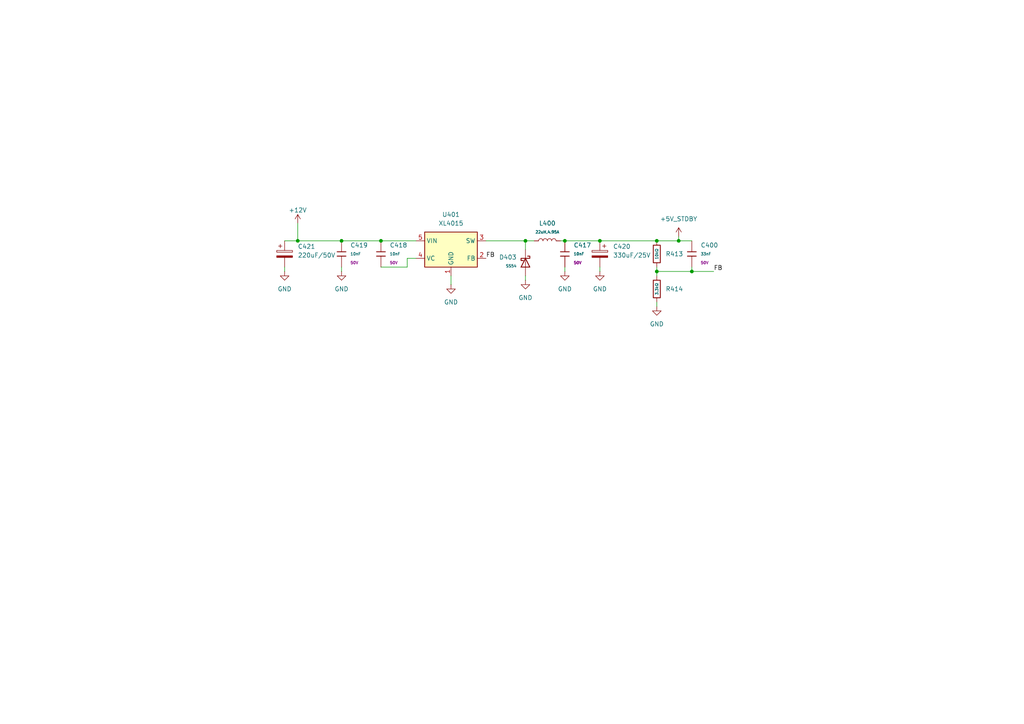
<source format=kicad_sch>
(kicad_sch (version 20231120) (generator "eeschema") (generator_version "8.0")
  (paper "A4")
  (lib_symbols
    (symbol "Device:C_Polarized" (pin_numbers hide) (pin_names (offset 0.254))
      (property "Reference" "C" (at 0.635 2.54 0))
      (property "Value" "C_Polarized" (at 0.635 -2.54 0))
      (symbol "C_Polarized_0_1"
        (rectangle (start -2.286 0.508) (end 2.286 1.016))
        (polyline (pts (xy -1.778 2.286) (xy -0.762 2.286)))
        (polyline (pts (xy -1.27 2.794) (xy -1.27 1.778)))
        (rectangle (start 2.286 -0.508) (end -2.286 -1.016) (fill (type outline)))
      )
      (symbol "C_Polarized_1_1"
        (pin passive line (at 0 3.81 270) (length 2.794) (name "~") (number "1"))
        (pin passive line (at 0 -3.81 90) (length 2.794) (name "~") (number "2"))
      )
    )
    (symbol "PCM_JLCPCB-Capacitors:0603,10nF" (pin_numbers hide) (pin_names (offset 0))
      (property "Reference" "C" (at 2.032 1.668 0))
      (property "Value" "10nF" (at 2.032 -0.3782 0))
      (property "Voltage Rated" "50V" (at 2.032 -2.0462 0))
      (symbol "0603,10nF_0_1"
        (polyline (pts (xy -1.27 -0.635) (xy 1.27 -0.635)) (stroke (width 0.254)))
        (polyline (pts (xy -1.27 0.635) (xy 1.27 0.635)) (stroke (width 0.254)))
      )
      (symbol "0603,10nF_1_1"
        (pin passive line (at 0 3.81 270) (length 3.175) (name "~") (number "1"))
        (pin passive line (at 0 -3.81 90) (length 3.175) (name "~") (number "2"))
      )
    )
    (symbol "PCM_JLCPCB-Capacitors:0603,33nF" (pin_numbers hide) (pin_names (offset 0))
      (property "Reference" "C" (at 2.032 1.668 0))
      (property "Value" "33nF" (at 2.032 -0.3782 0))
      (property "Voltage Rated" "50V" (at 2.032 -2.0462 0))
      (symbol "0603,33nF_0_1"
        (polyline (pts (xy -1.27 -0.635) (xy 1.27 -0.635)) (stroke (width 0.254)))
        (polyline (pts (xy -1.27 0.635) (xy 1.27 0.635)) (stroke (width 0.254)))
      )
      (symbol "0603,33nF_1_1"
        (pin passive line (at 0 3.81 270) (length 3.175) (name "~") (number "1"))
        (pin passive line (at 0 -3.81 90) (length 3.175) (name "~") (number "2"))
      )
    )
    (symbol "PCM_JLCPCB-Diodes:Schottky,SS54" (pin_numbers hide) (pin_names (offset 0))
      (property "Reference" "D" (at 2.032 0.834 0))
      (property "Value" "SS54" (at 2.032 -1.2122 0))
      (symbol "Schottky,SS54_0_1"
        (polyline (pts (xy -1.27 1.27) (xy 0 -1.27) (xy 1.27 1.27) (xy -1.27 1.27)) (stroke (width 0.254)))
        (polyline (pts (xy 0.635 -1.905) (xy 1.27 -1.905) (xy 1.27 -1.27) (xy -1.27 -1.27) (xy -1.27 -0.635) (xy -0.635 -0.635)) (stroke (width 0.254)))
      )
      (symbol "Schottky,SS54_1_1"
        (pin passive line (at 0 -3.81 90) (length 3.81) (name "~") (number "1"))
        (pin passive line (at 0 3.81 270) (length 3.81) (name "~") (number "2"))
      )
    )
    (symbol "PCM_JLCPCB-Inductors:22uH,4.95A" (pin_numbers hide) (pin_names (offset 0))
      (property "Reference" "L" (at 1.2673 0.834 0))
      (property "Value" "22uH,4.95A" (at 1.2673 -1.2122 0))
      (symbol "22uH,4.95A_0_1"
        (arc (start 0 -2.54) (mid 0.6323 -1.905) (end 0 -1.27))
        (arc (start 0 -1.27) (mid 0.6323 -0.635) (end 0 0))
        (arc (start 0 0) (mid 0.6323 0.635) (end 0 1.27))
        (arc (start 0 1.27) (mid 0.6323 1.905) (end 0 2.54))
      )
      (symbol "22uH,4.95A_1_1"
        (pin passive line (at 0 3.81 270) (length 1.27) (name "~") (number "1"))
        (pin passive line (at 0 -3.81 90) (length 1.27) (name "~") (number "2"))
      )
    )
    (symbol "PCM_JLCPCB-Resistors:0603,10kΩ" (pin_numbers hide) (pin_names (offset 0))
      (property "Reference" "R" (at 1.778 0 0))
      (property "Value" "10kΩ" (at 0 0 90))
      (symbol "0603,10kΩ_0_1"
        (rectangle (start -1.016 2.54) (end 1.016 -2.54) (stroke (width 0.254)))
      )
      (symbol "0603,10kΩ_1_1"
        (pin passive line (at 0 3.81 270) (length 1.27) (name "~") (number "1"))
        (pin passive line (at 0 -3.81 90) (length 1.27) (name "~") (number "2"))
      )
    )
    (symbol "PCM_JLCPCB-Resistors:0603,3.3kΩ" (pin_numbers hide) (pin_names (offset 0))
      (property "Reference" "R" (at 1.778 0 0))
      (property "Value" "3.3kΩ" (at 0 0 90))
      (symbol "0603,3.3kΩ_0_1"
        (rectangle (start -1.016 2.54) (end 1.016 -2.54) (stroke (width 0.254)))
      )
      (symbol "0603,3.3kΩ_1_1"
        (pin passive line (at 0 3.81 270) (length 1.27) (name "~") (number "1"))
        (pin passive line (at 0 -3.81 90) (length 1.27) (name "~") (number "2"))
      )
    )
    (symbol "Regulator_Switching:XL4015"
      (property "Reference" "U?" (at -6.35 6.35 0))
      (property "Value" "XL4015" (at 6.35 6.35 0))
      (symbol "XL4015_0_1"
        (rectangle (start -7.62 5.08) (end 7.62 -5.08) (stroke (width 0.254)) (fill (type background)))
      )
      (symbol "XL4015_1_1"
        (pin power_in line (at 0 -7.62 90) (length 2.54) (name "GND") (number "1"))
        (pin input line (at 10.16 -2.54 180) (length 2.54) (name "FB") (number "2"))
        (pin power_out line (at 10.16 2.54 180) (length 2.54) (name "SW") (number "3"))
        (pin input line (at -10.16 -2.54 0) (length 2.54) (name "VC") (number "4"))
        (pin power_in line (at -10.16 2.54 0) (length 2.54) (name "VIN") (number "5"))
      )
    )
    (symbol "power:+12V" (power) (pin_numbers hide) (pin_names (offset 0) hide)
      (property "Value" "+12V" (at 0 3.556 0))
      (symbol "+12V_0_1"
        (polyline (pts (xy -0.762 1.27) (xy 0 2.54)))
        (polyline (pts (xy 0 0) (xy 0 2.54)))
        (polyline (pts (xy 0 2.54) (xy 0.762 1.27)))
      )
      (symbol "+12V_1_1"
        (pin power_in line (at 0 0 90) (length 0) (name "~") (number "1"))
      )
    )
    (symbol "power:+5V" (power) (pin_numbers hide) (pin_names (offset 0) hide)
      (property "Value" "+5V" (at 0 3.556 0))
      (symbol "+5V_0_1"
        (polyline (pts (xy -0.762 1.27) (xy 0 2.54)))
        (polyline (pts (xy 0 0) (xy 0 2.54)))
        (polyline (pts (xy 0 2.54) (xy 0.762 1.27)))
      )
      (symbol "+5V_1_1"
        (pin power_in line (at 0 0 90) (length 0) (name "~") (number "1"))
      )
    )
    (symbol "power:GND" (power) (pin_numbers hide) (pin_names (offset 0) hide)
      (property "Value" "GND" (at 0 -3.81 0))
      (symbol "GND_0_1"
        (polyline (pts (xy 0 0) (xy 0 -1.27) (xy 1.27 -1.27) (xy 0 -2.54) (xy -1.27 -1.27) (xy 0 -1.27)))
      )
      (symbol "GND_1_1"
        (pin power_in line (at 0 0 270) (length 0) (name "~") (number "1"))
      )
    )
  )
  (junction (at 190.5 69.85))
  (junction (at 152.4 69.85))
  (junction (at 110.49 69.85))
  (junction (at 190.5 78.74))
  (junction (at 86.36 69.85))
  (junction (at 99.06 69.85))
  (junction (at 196.85 69.85))
  (junction (at 200.66 78.74))
  (junction (at 163.83 69.85))
  (junction (at 173.99 69.85))
  (wire (pts (xy 207.01 78.74) (xy 200.66 78.74)))
  (wire (pts (xy 190.5 69.85) (xy 196.85 69.85)))
  (wire (pts (xy 82.55 77.47) (xy 82.55 78.74)))
  (wire (pts (xy 190.5 78.74) (xy 200.66 78.74)))
  (wire (pts (xy 130.81 80.01) (xy 130.81 82.55)))
  (wire (pts (xy 110.49 69.85) (xy 120.65 69.85)))
  (wire (pts (xy 82.55 69.85) (xy 86.36 69.85)))
  (wire (pts (xy 196.85 69.85) (xy 200.66 69.85)))
  (wire (pts (xy 110.49 77.47) (xy 118.11 77.47)))
  (wire (pts (xy 152.4 69.85) (xy 152.4 72.39)))
  (wire (pts (xy 140.97 69.85) (xy 152.4 69.85)))
  (wire (pts (xy 118.11 77.47) (xy 118.11 74.93)))
  (wire (pts (xy 118.11 74.93) (xy 120.65 74.93)))
  (wire (pts (xy 99.06 69.85) (xy 110.49 69.85)))
  (wire (pts (xy 190.5 77.47) (xy 190.5 78.74)))
  (wire (pts (xy 162.56 69.85) (xy 163.83 69.85)))
  (wire (pts (xy 190.5 87.63) (xy 190.5 88.9)))
  (wire (pts (xy 190.5 78.74) (xy 190.5 80.01)))
  (wire (pts (xy 196.85 68.58) (xy 196.85 69.85)))
  (wire (pts (xy 86.36 69.85) (xy 99.06 69.85)))
  (wire (pts (xy 152.4 69.85) (xy 154.94 69.85)))
  (wire (pts (xy 86.36 64.77) (xy 86.36 69.85)))
  (wire (pts (xy 99.06 77.47) (xy 99.06 78.74)))
  (wire (pts (xy 200.66 78.74) (xy 200.66 77.47)))
  (wire (pts (xy 163.83 69.85) (xy 173.99 69.85)))
  (wire (pts (xy 173.99 69.85) (xy 190.5 69.85)))
  (wire (pts (xy 173.99 77.47) (xy 173.99 78.74)))
  (wire (pts (xy 152.4 80.01) (xy 152.4 81.28)))
  (wire (pts (xy 163.83 77.47) (xy 163.83 78.74)))
  (label "FB" (at 207.01 78.74 0))
  (label "FB" (at 140.97 74.93 0))
  (symbol (lib_id "PCM_JLCPCB-Capacitors:0603,10nF") (at 163.83 73.66 0) (mirror y) (unit 1)
    (property "Reference" "C417" (at 166.37 71.1199 0) (effects (justify right)))
    (property "Value" "10nF" (at 166.37 73.66 0) (effects (font (size 0.8 0.8)) (justify right)))
    (property "Footprint" "PCM_JLCPCB:C_0603" (effects (hide yes)))
    (property "Datasheet" "https://www.lcsc.com/datasheet/lcsc_datasheet_2304140030_FH--Guangdong-Fenghua-Advanced-Tech-0603B103K500NT_C57112.pdf" (effects (hide yes)))
    (property "Description" "50V 10nF X7R ±10% 0603 Multilayer Ceramic Capacitors MLCC - SMD/SMT ROHS" (effects (hide yes)))
    (property "LCSC" "C57112" (effects (hide yes)))
    (property "Stock" "5036168" (effects (hide yes)))
    (property "Price" "0.006USD" (effects (hide yes)))
    (property "Process" "SMT" (effects (hide yes)))
    (property "Minimum Qty" "20" (effects (hide yes)))
    (property "Attrition Qty" "6" (effects (hide yes)))
    (property "Class" "Basic Component" (effects (hide yes)))
    (property "Category" "Capacitors,Multilayer Ceramic Capacitors MLCC - SMD/SMT" (effects (hide yes)))
    (property "Manufacturer" "FH(Guangdong Fenghua Advanced Tech)" (effects (hide yes)))
    (property "Part" "0603B103K500NT" (effects (hide yes)))
    (property "Voltage Rated" "50V" (at 166.37 76.2 0) (effects (font (size 0.8 0.8)) (justify right)))
    (property "Tolerance" "±10%" (effects (hide yes)))
    (property "Capacitance" "10nF" (effects (hide yes)))
    (property "Temperature Coefficient" "X7R" (effects (hide yes)))
  )
  (symbol (lib_id "PCM_JLCPCB-Capacitors:0603,10nF") (at 110.49 73.66 0) (unit 1)
    (property "Reference" "C418" (at 113.03 71.1199 0) (effects (justify left)))
    (property "Value" "10nF" (at 113.03 73.66 0) (effects (font (size 0.8 0.8)) (justify left)))
    (property "Footprint" "PCM_JLCPCB:C_0603" (effects (hide yes)))
    (property "Datasheet" "https://www.lcsc.com/datasheet/lcsc_datasheet_2304140030_FH--Guangdong-Fenghua-Advanced-Tech-0603B103K500NT_C57112.pdf" (effects (hide yes)))
    (property "Description" "50V 10nF X7R ±10% 0603 Multilayer Ceramic Capacitors MLCC - SMD/SMT ROHS" (effects (hide yes)))
    (property "LCSC" "C57112" (effects (hide yes)))
    (property "Stock" "5036168" (effects (hide yes)))
    (property "Price" "0.006USD" (effects (hide yes)))
    (property "Process" "SMT" (effects (hide yes)))
    (property "Minimum Qty" "20" (effects (hide yes)))
    (property "Attrition Qty" "6" (effects (hide yes)))
    (property "Class" "Basic Component" (effects (hide yes)))
    (property "Category" "Capacitors,Multilayer Ceramic Capacitors MLCC - SMD/SMT" (effects (hide yes)))
    (property "Manufacturer" "FH(Guangdong Fenghua Advanced Tech)" (effects (hide yes)))
    (property "Part" "0603B103K500NT" (effects (hide yes)))
    (property "Voltage Rated" "50V" (at 113.03 76.2 0) (effects (font (size 0.8 0.8)) (justify left)))
    (property "Tolerance" "±10%" (effects (hide yes)))
    (property "Capacitance" "10nF" (effects (hide yes)))
    (property "Temperature Coefficient" "X7R" (effects (hide yes)))
  )
  (symbol (lib_id "power:GND") (at 82.55 78.74 0) (unit 1)
    (property "Reference" "#PWR0441" (effects (hide yes)))
    (property "Value" "GND" (at 82.55 83.82 0))
    (property "Description" "Power symbol creates a global label with name \"GND\" , ground" (effects (hide yes)))
  )
  (symbol (lib_id "power:GND") (at 190.5 88.9 0) (unit 1)
    (property "Reference" "#PWR0442" (effects (hide yes)))
    (property "Value" "GND" (at 190.5 93.98 0))
    (property "Description" "Power symbol creates a global label with name \"GND\" , ground" (effects (hide yes)))
  )
  (symbol (lib_id "PCM_JLCPCB-Diodes:Schottky,SS54") (at 152.4 76.2 0) (mirror x) (unit 1)
    (property "Reference" "D403" (at 149.86 74.6124 0) (effects (justify right)))
    (property "Value" "SS54" (at 149.86 77.1525 0) (effects (font (size 0.8 0.8)) (justify right)))
    (property "Footprint" "PCM_JLCPCB:D_SMA" (effects (hide yes)))
    (property "Datasheet" "https://www.lcsc.com/datasheet/lcsc_datasheet_2407101107_MDD-Microdiode-Semiconductor-SS54_C22452.pdf" (effects (hide yes)))
    (property "Description" "40V Independent Type 550mV@5A 5A SMA(DO-214AC) Schottky Diodes ROHS" (effects (hide yes)))
    (property "LCSC" "C22452" (effects (hide yes)))
    (property "Stock" "519969" (effects (hide yes)))
    (property "Price" "0.043USD" (effects (hide yes)))
    (property "Process" "SMT" (effects (hide yes)))
    (property "Minimum Qty" "5" (effects (hide yes)))
    (property "Attrition Qty" "4" (effects (hide yes)))
    (property "Class" "Basic Component" (effects (hide yes)))
    (property "Category" "Diodes,Schottky Barrier Diodes (SBD)" (effects (hide yes)))
    (property "Manufacturer" "MDD（Microdiode Electronics）" (effects (hide yes)))
    (property "Part" "SS54" (effects (hide yes)))
    (property "Rectified Current" "5A" (effects (hide yes)))
    (property "Forward Voltage (Vf@If)" "550mV@5A" (effects (hide yes)))
    (property "Reverse Voltage (Vr)" "40V" (effects (hide yes)))
    (property "Diode Configuration" "Independent Type" (effects (hide yes)))
    (property "Reverse Leakage Current (Ir)" "1mA@40V" (effects (hide yes)))
  )
  (symbol (lib_id "power:GND") (at 130.81 82.55 0) (unit 1)
    (property "Reference" "#PWR0438" (effects (hide yes)))
    (property "Value" "GND" (at 130.81 87.63 0))
    (property "Description" "Power symbol creates a global label with name \"GND\" , ground" (effects (hide yes)))
  )
  (symbol (lib_id "Device:C_Polarized") (at 173.99 73.66 0) (mirror y) (unit 1)
    (property "Reference" "C420" (at 177.8 71.5009 0) (effects (justify right)))
    (property "Value" "330uF/25V" (at 177.8 74.0409 0) (effects (justify right)))
    (property "Footprint" "Capacitor_SMD:CP_Elec_8x10.5" (effects (hide yes)))
    (property "Description" "Polarized capacitor" (effects (hide yes)))
  )
  (symbol (lib_id "power:+5V") (at 196.85 68.58 0) (mirror y) (unit 1)
    (property "Reference" "#PWR0444" (effects (hide yes)))
    (property "Value" "+5V_STDBY" (at 196.85 63.5 0))
    (property "Description" "Power symbol creates a global label with name \"+5V\"" (effects (hide yes)))
  )
  (symbol (lib_id "PCM_JLCPCB-Resistors:0603,10kΩ") (at 190.5 73.66 0) (unit 1)
    (property "Reference" "R413" (at 193.04 73.6599 0) (effects (justify left)))
    (property "Value" "10kΩ" (at 190.5 73.66 90) (effects (font (size 0.8 0.8))))
    (property "Footprint" "PCM_JLCPCB:R_0603" (effects (hide yes)))
    (property "Datasheet" "https://www.lcsc.com/datasheet/lcsc_datasheet_2206010045_UNI-ROYAL-Uniroyal-Elec-0603WAF1002T5E_C25804.pdf" (effects (hide yes)))
    (property "Description" "100mW Thick Film Resistors 75V ±100ppm/°C ±1% 10kΩ 0603 Chip Resistor - Surface Mount ROHS" (effects (hide yes)))
    (property "LCSC" "C25804" (effects (hide yes)))
    (property "Stock" "28542870" (effects (hide yes)))
    (property "Price" "0.004USD" (effects (hide yes)))
    (property "Process" "SMT" (effects (hide yes)))
    (property "Minimum Qty" "20" (effects (hide yes)))
    (property "Attrition Qty" "10" (effects (hide yes)))
    (property "Class" "Basic Component" (effects (hide yes)))
    (property "Category" "Resistors,Chip Resistor - Surface Mount" (effects (hide yes)))
    (property "Manufacturer" "UNI-ROYAL(Uniroyal Elec)" (effects (hide yes)))
    (property "Part" "0603WAF1002T5E" (effects (hide yes)))
    (property "Resistance" "10kΩ" (effects (hide yes)))
    (property "Power(Watts)" "100mW" (effects (hide yes)))
    (property "Type" "Thick Film Resistors" (effects (hide yes)))
    (property "Overload Voltage (Max)" "75V" (effects (hide yes)))
    (property "Operating Temperature Range" "-55°C~+155°C" (effects (hide yes)))
    (property "Tolerance" "±1%" (effects (hide yes)))
    (property "Temperature Coefficient" "±100ppm/°C" (effects (hide yes)))
  )
  (symbol (lib_id "Device:C_Polarized") (at 82.55 73.66 0) (unit 1)
    (property "Reference" "C421" (at 86.36 71.5009 0) (effects (justify left)))
    (property "Value" "220uF/50V" (at 86.36 74.0409 0) (effects (justify left)))
    (property "Footprint" "Capacitor_SMD:CP_Elec_10x10.5" (effects (hide yes)))
    (property "Description" "Polarized capacitor" (effects (hide yes)))
  )
  (symbol (lib_id "PCM_JLCPCB-Capacitors:0603,33nF") (at 200.66 73.66 0) (unit 1)
    (property "Reference" "C400" (at 203.2 71.1199 0) (effects (justify left)))
    (property "Value" "33nF" (at 203.2 73.66 0) (effects (font (size 0.8 0.8)) (justify left)))
    (property "Footprint" "PCM_JLCPCB:C_0603" (effects (hide yes)))
    (property "Datasheet" "https://www.lcsc.com/datasheet/lcsc_datasheet_2304140030_Samsung-Electro-Mechanics-CL10B333KB8NNNC_C21117.pdf" (effects (hide yes)))
    (property "Description" "50V 33nF X7R ±10% 0603 Multilayer Ceramic Capacitors MLCC - SMD/SMT ROHS" (effects (hide yes)))
    (property "LCSC" "C21117" (effects (hide yes)))
    (property "Stock" "514589" (effects (hide yes)))
    (property "Price" "0.006USD" (effects (hide yes)))
    (property "Process" "SMT" (effects (hide yes)))
    (property "Minimum Qty" "20" (effects (hide yes)))
    (property "Attrition Qty" "10" (effects (hide yes)))
    (property "Class" "Basic Component" (effects (hide yes)))
    (property "Category" "Capacitors,Multilayer Ceramic Capacitors MLCC - SMD/SMT" (effects (hide yes)))
    (property "Manufacturer" "Samsung Electro-Mechanics" (effects (hide yes)))
    (property "Part" "CL10B333KB8NNNC" (effects (hide yes)))
    (property "Voltage Rated" "50V" (at 203.2 76.2 0) (effects (font (size 0.8 0.8)) (justify left)))
    (property "Tolerance" "±10%" (effects (hide yes)))
    (property "Capacitance" "33nF" (effects (hide yes)))
    (property "Temperature Coefficient" "X7R" (effects (hide yes)))
  )
  (symbol (lib_id "power:GND") (at 173.99 78.74 0) (mirror y) (unit 1)
    (property "Reference" "#PWR0440" (effects (hide yes)))
    (property "Value" "GND" (at 173.99 83.82 0))
    (property "Description" "Power symbol creates a global label with name \"GND\" , ground" (effects (hide yes)))
  )
  (symbol (lib_id "PCM_JLCPCB-Inductors:22uH,4.95A") (at 158.75 69.85 90) (unit 1)
    (property "Reference" "L400" (at 158.75 64.77 90))
    (property "Value" "22uH,4.95A" (at 158.75 67.31 90) (effects (font (size 0.8 0.8))))
    (property "Footprint" "PCM_JLCPCB:L_SMD,12.5x12.5mm" (effects (hide yes)))
    (property "Datasheet" "https://wmsc.lcsc.com/wmsc/upload/file/pdf/v2/lcsc/2111241930_SXN-Shun-Xiang-Nuo-Elec-SMDRI129-220MT_C2924827.pdf" (effects (hide yes)))
    (property "Description" "4.95A 22uH Shielded inductor ±20% 5.12A SMD,12.5x12.5mm Power Inductors ROHS" (effects (hide yes)))
    (property "LCSC" "C2924827" (effects (hide yes)))
    (property "Stock" "279" (effects (hide yes)))
    (property "Price" "0.304USD" (effects (hide yes)))
    (property "Process" "SMT" (effects (hide yes)))
    (property "Minimum Qty" "2" (effects (hide yes)))
    (property "Attrition Qty" "0" (effects (hide yes)))
    (property "Class" "Preferred Component" (effects (hide yes)))
    (property "Category" "Inductors/Coils/Transformers,Power Inductors" (effects (hide yes)))
    (property "Manufacturer" "SXN(Shun Xiang Nuo Elec)" (effects (hide yes)))
    (property "Part" "SMDRI129-220MT" (effects (hide yes)))
  )
  (symbol (lib_id "PCM_JLCPCB-Resistors:0603,3.3kΩ") (at 190.5 83.82 0) (unit 1)
    (property "Reference" "R414" (at 193.04 83.8199 0) (effects (justify left)))
    (property "Value" "3.3kΩ" (at 190.5 83.82 90) (effects (font (size 0.8 0.8))))
    (property "Footprint" "PCM_JLCPCB:R_0603" (effects (hide yes)))
    (property "Datasheet" "https://www.lcsc.com/datasheet/lcsc_datasheet_2206010116_UNI-ROYAL-Uniroyal-Elec-0603WAF3301T5E_C22978.pdf" (effects (hide yes)))
    (property "Description" "100mW Thick Film Resistors 75V ±100ppm/°C ±1% 3.3kΩ 0603 Chip Resistor - Surface Mount ROHS" (effects (hide yes)))
    (property "LCSC" "C22978" (effects (hide yes)))
    (property "Stock" "1650794" (effects (hide yes)))
    (property "Price" "0.004USD" (effects (hide yes)))
    (property "Process" "SMT" (effects (hide yes)))
    (property "Minimum Qty" "20" (effects (hide yes)))
    (property "Attrition Qty" "10" (effects (hide yes)))
    (property "Class" "Basic Component" (effects (hide yes)))
    (property "Category" "Resistors,Chip Resistor - Surface Mount" (effects (hide yes)))
    (property "Manufacturer" "UNI-ROYAL(Uniroyal Elec)" (effects (hide yes)))
    (property "Part" "0603WAF3301T5E" (effects (hide yes)))
    (property "Resistance" "3.3kΩ" (effects (hide yes)))
    (property "Power(Watts)" "100mW" (effects (hide yes)))
    (property "Type" "Thick Film Resistors" (effects (hide yes)))
    (property "Overload Voltage (Max)" "75V" (effects (hide yes)))
    (property "Operating Temperature Range" "-55°C~+155°C" (effects (hide yes)))
    (property "Tolerance" "±1%" (effects (hide yes)))
    (property "Temperature Coefficient" "±100ppm/°C" (effects (hide yes)))
  )
  (symbol (lib_id "power:GND") (at 99.06 78.74 0) (unit 1)
    (property "Reference" "#PWR0415" (effects (hide yes)))
    (property "Value" "GND" (at 99.06 83.82 0))
    (property "Description" "Power symbol creates a global label with name \"GND\" , ground" (effects (hide yes)))
  )
  (symbol (lib_id "Regulator_Switching:XL4015") (at 130.81 72.39 0) (unit 1)
    (property "Reference" "U401" (at 130.81 62.23 0))
    (property "Value" "XL4015" (at 130.81 64.77 0))
    (property "Footprint" "Package_TO_SOT_SMD:TO-263-5_TabPin3" (effects (hide yes)))
    (property "Datasheet" "http://www.xlsemi.net/datasheet/XL4015%20datasheet-English.pdf" (effects (hide yes)))
    (property "Description" "5A 180kHz 36V Buck DC to DC Converter" (effects (hide yes)))
  )
  (symbol (lib_id "power:GND") (at 152.4 81.28 0) (mirror y) (unit 1)
    (property "Reference" "#PWR0443" (effects (hide yes)))
    (property "Value" "GND" (at 152.4 86.36 0))
    (property "Description" "Power symbol creates a global label with name \"GND\" , ground" (effects (hide yes)))
  )
  (symbol (lib_id "PCM_JLCPCB-Capacitors:0603,10nF") (at 99.06 73.66 0) (unit 1)
    (property "Reference" "C419" (at 101.6 71.1199 0) (effects (justify left)))
    (property "Value" "10nF" (at 101.6 73.66 0) (effects (font (size 0.8 0.8)) (justify left)))
    (property "Footprint" "PCM_JLCPCB:C_0603" (effects (hide yes)))
    (property "Datasheet" "https://www.lcsc.com/datasheet/lcsc_datasheet_2304140030_FH--Guangdong-Fenghua-Advanced-Tech-0603B103K500NT_C57112.pdf" (effects (hide yes)))
    (property "Description" "50V 10nF X7R ±10% 0603 Multilayer Ceramic Capacitors MLCC - SMD/SMT ROHS" (effects (hide yes)))
    (property "LCSC" "C57112" (effects (hide yes)))
    (property "Stock" "5036168" (effects (hide yes)))
    (property "Price" "0.006USD" (effects (hide yes)))
    (property "Process" "SMT" (effects (hide yes)))
    (property "Minimum Qty" "20" (effects (hide yes)))
    (property "Attrition Qty" "6" (effects (hide yes)))
    (property "Class" "Basic Component" (effects (hide yes)))
    (property "Category" "Capacitors,Multilayer Ceramic Capacitors MLCC - SMD/SMT" (effects (hide yes)))
    (property "Manufacturer" "FH(Guangdong Fenghua Advanced Tech)" (effects (hide yes)))
    (property "Part" "0603B103K500NT" (effects (hide yes)))
    (property "Voltage Rated" "50V" (at 101.6 76.2 0) (effects (font (size 0.8 0.8)) (justify left)))
    (property "Tolerance" "±10%" (effects (hide yes)))
    (property "Capacitance" "10nF" (effects (hide yes)))
    (property "Temperature Coefficient" "X7R" (effects (hide yes)))
  )
  (symbol (lib_id "power:+12V") (at 86.36 64.77 0) (mirror y) (unit 1)
    (property "Reference" "#PWR0400" (effects (hide yes)))
    (property "Value" "+12V" (at 86.36 60.96 0))
    (property "Description" "Power symbol creates a global label with name \"+12V\"" (effects (hide yes)))
  )
  (symbol (lib_id "power:GND") (at 163.83 78.74 0) (mirror y) (unit 1)
    (property "Reference" "#PWR0439" (effects (hide yes)))
    (property "Value" "GND" (at 163.83 83.82 0))
    (property "Description" "Power symbol creates a global label with name \"GND\" , ground" (effects (hide yes)))
  )
)
</source>
